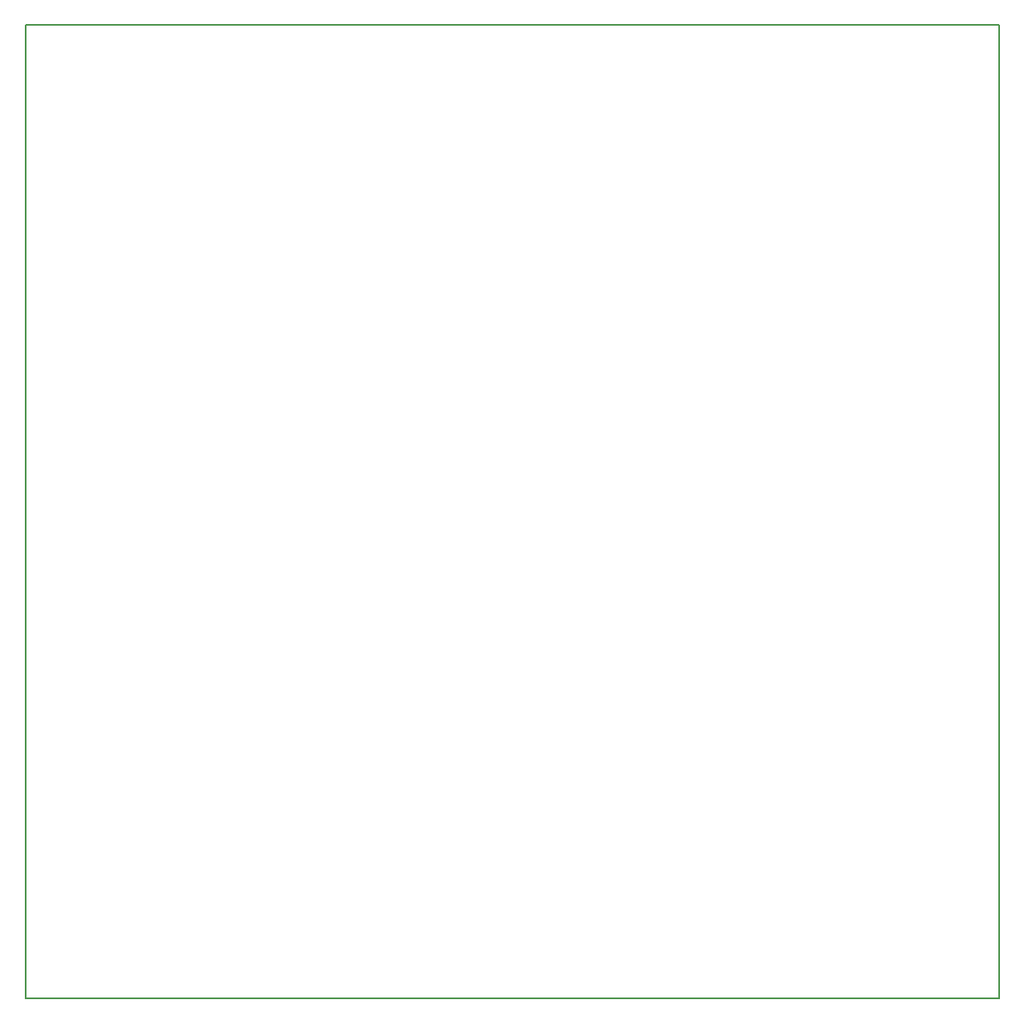
<source format=gbr>
G04 #@! TF.GenerationSoftware,KiCad,Pcbnew,(5.0.0-3-g5ebb6b6)*
G04 #@! TF.CreationDate,2019-01-04T13:26:37+03:00*
G04 #@! TF.ProjectId,uad,7561642E6B696361645F706362000000,rev?*
G04 #@! TF.SameCoordinates,Original*
G04 #@! TF.FileFunction,Profile,NP*
%FSLAX46Y46*%
G04 Gerber Fmt 4.6, Leading zero omitted, Abs format (unit mm)*
G04 Created by KiCad (PCBNEW (5.0.0-3-g5ebb6b6)) date *
%MOMM*%
%LPD*%
G01*
G04 APERTURE LIST*
%ADD10C,0.200000*%
G04 APERTURE END LIST*
D10*
X70250000Y-47000000D02*
X70250000Y-146500000D01*
X169750000Y-47000000D02*
X70250000Y-47000000D01*
X169750000Y-146500000D02*
X169750000Y-47000000D01*
X70250000Y-146500000D02*
X169750000Y-146500000D01*
M02*

</source>
